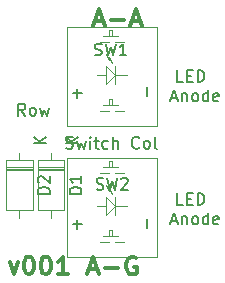
<source format=gbr>
G04 #@! TF.GenerationSoftware,KiCad,Pcbnew,(5.1.5-0-10_14)*
G04 #@! TF.CreationDate,2020-06-22T05:53:20+10:00*
G04 #@! TF.ProjectId,MasterModePushbutton,4d617374-6572-44d6-9f64-655075736862,rev?*
G04 #@! TF.SameCoordinates,Original*
G04 #@! TF.FileFunction,Legend,Top*
G04 #@! TF.FilePolarity,Positive*
%FSLAX46Y46*%
G04 Gerber Fmt 4.6, Leading zero omitted, Abs format (unit mm)*
G04 Created by KiCad (PCBNEW (5.1.5-0-10_14)) date 2020-06-22 05:53:20*
%MOMM*%
%LPD*%
G04 APERTURE LIST*
%ADD10C,0.300000*%
%ADD11C,0.150000*%
%ADD12C,0.120000*%
G04 APERTURE END LIST*
D10*
X126498480Y-105156051D02*
X126855622Y-106156051D01*
X127212765Y-105156051D01*
X128069908Y-104656051D02*
X128212765Y-104656051D01*
X128355622Y-104727480D01*
X128427051Y-104798908D01*
X128498480Y-104941765D01*
X128569908Y-105227480D01*
X128569908Y-105584622D01*
X128498480Y-105870337D01*
X128427051Y-106013194D01*
X128355622Y-106084622D01*
X128212765Y-106156051D01*
X128069908Y-106156051D01*
X127927051Y-106084622D01*
X127855622Y-106013194D01*
X127784194Y-105870337D01*
X127712765Y-105584622D01*
X127712765Y-105227480D01*
X127784194Y-104941765D01*
X127855622Y-104798908D01*
X127927051Y-104727480D01*
X128069908Y-104656051D01*
X129498480Y-104656051D02*
X129641337Y-104656051D01*
X129784194Y-104727480D01*
X129855622Y-104798908D01*
X129927051Y-104941765D01*
X129998480Y-105227480D01*
X129998480Y-105584622D01*
X129927051Y-105870337D01*
X129855622Y-106013194D01*
X129784194Y-106084622D01*
X129641337Y-106156051D01*
X129498480Y-106156051D01*
X129355622Y-106084622D01*
X129284194Y-106013194D01*
X129212765Y-105870337D01*
X129141337Y-105584622D01*
X129141337Y-105227480D01*
X129212765Y-104941765D01*
X129284194Y-104798908D01*
X129355622Y-104727480D01*
X129498480Y-104656051D01*
X131427051Y-106156051D02*
X130569908Y-106156051D01*
X130998480Y-106156051D02*
X130998480Y-104656051D01*
X130855622Y-104870337D01*
X130712765Y-105013194D01*
X130569908Y-105084622D01*
D11*
X127823813Y-92721860D02*
X127490480Y-92245670D01*
X127252384Y-92721860D02*
X127252384Y-91721860D01*
X127633337Y-91721860D01*
X127728575Y-91769480D01*
X127776194Y-91817099D01*
X127823813Y-91912337D01*
X127823813Y-92055194D01*
X127776194Y-92150432D01*
X127728575Y-92198051D01*
X127633337Y-92245670D01*
X127252384Y-92245670D01*
X128395241Y-92721860D02*
X128300003Y-92674241D01*
X128252384Y-92626622D01*
X128204765Y-92531384D01*
X128204765Y-92245670D01*
X128252384Y-92150432D01*
X128300003Y-92102813D01*
X128395241Y-92055194D01*
X128538099Y-92055194D01*
X128633337Y-92102813D01*
X128680956Y-92150432D01*
X128728575Y-92245670D01*
X128728575Y-92531384D01*
X128680956Y-92626622D01*
X128633337Y-92674241D01*
X128538099Y-92721860D01*
X128395241Y-92721860D01*
X129061908Y-92055194D02*
X129252384Y-92721860D01*
X129442860Y-92245670D01*
X129633337Y-92721860D01*
X129823813Y-92055194D01*
X131284956Y-95468241D02*
X131427813Y-95515860D01*
X131665908Y-95515860D01*
X131761146Y-95468241D01*
X131808765Y-95420622D01*
X131856384Y-95325384D01*
X131856384Y-95230146D01*
X131808765Y-95134908D01*
X131761146Y-95087289D01*
X131665908Y-95039670D01*
X131475432Y-94992051D01*
X131380194Y-94944432D01*
X131332575Y-94896813D01*
X131284956Y-94801575D01*
X131284956Y-94706337D01*
X131332575Y-94611099D01*
X131380194Y-94563480D01*
X131475432Y-94515860D01*
X131713527Y-94515860D01*
X131856384Y-94563480D01*
X132189718Y-94849194D02*
X132380194Y-95515860D01*
X132570670Y-95039670D01*
X132761146Y-95515860D01*
X132951622Y-94849194D01*
X133332575Y-95515860D02*
X133332575Y-94849194D01*
X133332575Y-94515860D02*
X133284956Y-94563480D01*
X133332575Y-94611099D01*
X133380194Y-94563480D01*
X133332575Y-94515860D01*
X133332575Y-94611099D01*
X133665908Y-94849194D02*
X134046860Y-94849194D01*
X133808765Y-94515860D02*
X133808765Y-95373003D01*
X133856384Y-95468241D01*
X133951622Y-95515860D01*
X134046860Y-95515860D01*
X134808765Y-95468241D02*
X134713527Y-95515860D01*
X134523051Y-95515860D01*
X134427813Y-95468241D01*
X134380194Y-95420622D01*
X134332575Y-95325384D01*
X134332575Y-95039670D01*
X134380194Y-94944432D01*
X134427813Y-94896813D01*
X134523051Y-94849194D01*
X134713527Y-94849194D01*
X134808765Y-94896813D01*
X135237337Y-95515860D02*
X135237337Y-94515860D01*
X135665908Y-95515860D02*
X135665908Y-94992051D01*
X135618289Y-94896813D01*
X135523051Y-94849194D01*
X135380194Y-94849194D01*
X135284956Y-94896813D01*
X135237337Y-94944432D01*
X137475432Y-95420622D02*
X137427813Y-95468241D01*
X137284956Y-95515860D01*
X137189718Y-95515860D01*
X137046860Y-95468241D01*
X136951622Y-95373003D01*
X136904003Y-95277765D01*
X136856384Y-95087289D01*
X136856384Y-94944432D01*
X136904003Y-94753956D01*
X136951622Y-94658718D01*
X137046860Y-94563480D01*
X137189718Y-94515860D01*
X137284956Y-94515860D01*
X137427813Y-94563480D01*
X137475432Y-94611099D01*
X138046860Y-95515860D02*
X137951622Y-95468241D01*
X137904003Y-95420622D01*
X137856384Y-95325384D01*
X137856384Y-95039670D01*
X137904003Y-94944432D01*
X137951622Y-94896813D01*
X138046860Y-94849194D01*
X138189718Y-94849194D01*
X138284956Y-94896813D01*
X138332575Y-94944432D01*
X138380194Y-95039670D01*
X138380194Y-95325384D01*
X138332575Y-95420622D01*
X138284956Y-95468241D01*
X138189718Y-95515860D01*
X138046860Y-95515860D01*
X138951622Y-95515860D02*
X138856384Y-95468241D01*
X138808765Y-95373003D01*
X138808765Y-94515860D01*
X141182670Y-89864860D02*
X140706480Y-89864860D01*
X140706480Y-88864860D01*
X141516003Y-89341051D02*
X141849337Y-89341051D01*
X141992194Y-89864860D02*
X141516003Y-89864860D01*
X141516003Y-88864860D01*
X141992194Y-88864860D01*
X142420765Y-89864860D02*
X142420765Y-88864860D01*
X142658860Y-88864860D01*
X142801718Y-88912480D01*
X142896956Y-89007718D01*
X142944575Y-89102956D01*
X142992194Y-89293432D01*
X142992194Y-89436289D01*
X142944575Y-89626765D01*
X142896956Y-89722003D01*
X142801718Y-89817241D01*
X142658860Y-89864860D01*
X142420765Y-89864860D01*
X140182670Y-91229146D02*
X140658860Y-91229146D01*
X140087432Y-91514860D02*
X140420765Y-90514860D01*
X140754099Y-91514860D01*
X141087432Y-90848194D02*
X141087432Y-91514860D01*
X141087432Y-90943432D02*
X141135051Y-90895813D01*
X141230289Y-90848194D01*
X141373146Y-90848194D01*
X141468384Y-90895813D01*
X141516003Y-90991051D01*
X141516003Y-91514860D01*
X142135051Y-91514860D02*
X142039813Y-91467241D01*
X141992194Y-91419622D01*
X141944575Y-91324384D01*
X141944575Y-91038670D01*
X141992194Y-90943432D01*
X142039813Y-90895813D01*
X142135051Y-90848194D01*
X142277908Y-90848194D01*
X142373146Y-90895813D01*
X142420765Y-90943432D01*
X142468384Y-91038670D01*
X142468384Y-91324384D01*
X142420765Y-91419622D01*
X142373146Y-91467241D01*
X142277908Y-91514860D01*
X142135051Y-91514860D01*
X143325527Y-91514860D02*
X143325527Y-90514860D01*
X143325527Y-91467241D02*
X143230289Y-91514860D01*
X143039813Y-91514860D01*
X142944575Y-91467241D01*
X142896956Y-91419622D01*
X142849337Y-91324384D01*
X142849337Y-91038670D01*
X142896956Y-90943432D01*
X142944575Y-90895813D01*
X143039813Y-90848194D01*
X143230289Y-90848194D01*
X143325527Y-90895813D01*
X144182670Y-91467241D02*
X144087432Y-91514860D01*
X143896956Y-91514860D01*
X143801718Y-91467241D01*
X143754099Y-91372003D01*
X143754099Y-90991051D01*
X143801718Y-90895813D01*
X143896956Y-90848194D01*
X144087432Y-90848194D01*
X144182670Y-90895813D01*
X144230289Y-90991051D01*
X144230289Y-91086289D01*
X143754099Y-91181527D01*
X141182670Y-100278860D02*
X140706480Y-100278860D01*
X140706480Y-99278860D01*
X141516003Y-99755051D02*
X141849337Y-99755051D01*
X141992194Y-100278860D02*
X141516003Y-100278860D01*
X141516003Y-99278860D01*
X141992194Y-99278860D01*
X142420765Y-100278860D02*
X142420765Y-99278860D01*
X142658860Y-99278860D01*
X142801718Y-99326480D01*
X142896956Y-99421718D01*
X142944575Y-99516956D01*
X142992194Y-99707432D01*
X142992194Y-99850289D01*
X142944575Y-100040765D01*
X142896956Y-100136003D01*
X142801718Y-100231241D01*
X142658860Y-100278860D01*
X142420765Y-100278860D01*
X140182670Y-101643146D02*
X140658860Y-101643146D01*
X140087432Y-101928860D02*
X140420765Y-100928860D01*
X140754099Y-101928860D01*
X141087432Y-101262194D02*
X141087432Y-101928860D01*
X141087432Y-101357432D02*
X141135051Y-101309813D01*
X141230289Y-101262194D01*
X141373146Y-101262194D01*
X141468384Y-101309813D01*
X141516003Y-101405051D01*
X141516003Y-101928860D01*
X142135051Y-101928860D02*
X142039813Y-101881241D01*
X141992194Y-101833622D01*
X141944575Y-101738384D01*
X141944575Y-101452670D01*
X141992194Y-101357432D01*
X142039813Y-101309813D01*
X142135051Y-101262194D01*
X142277908Y-101262194D01*
X142373146Y-101309813D01*
X142420765Y-101357432D01*
X142468384Y-101452670D01*
X142468384Y-101738384D01*
X142420765Y-101833622D01*
X142373146Y-101881241D01*
X142277908Y-101928860D01*
X142135051Y-101928860D01*
X143325527Y-101928860D02*
X143325527Y-100928860D01*
X143325527Y-101881241D02*
X143230289Y-101928860D01*
X143039813Y-101928860D01*
X142944575Y-101881241D01*
X142896956Y-101833622D01*
X142849337Y-101738384D01*
X142849337Y-101452670D01*
X142896956Y-101357432D01*
X142944575Y-101309813D01*
X143039813Y-101262194D01*
X143230289Y-101262194D01*
X143325527Y-101309813D01*
X144182670Y-101881241D02*
X144087432Y-101928860D01*
X143896956Y-101928860D01*
X143801718Y-101881241D01*
X143754099Y-101786003D01*
X143754099Y-101405051D01*
X143801718Y-101309813D01*
X143896956Y-101262194D01*
X144087432Y-101262194D01*
X144182670Y-101309813D01*
X144230289Y-101405051D01*
X144230289Y-101500289D01*
X143754099Y-101595527D01*
D10*
X133210765Y-105747480D02*
X133925051Y-105747480D01*
X133067908Y-106176051D02*
X133567908Y-104676051D01*
X134067908Y-106176051D01*
X134567908Y-105604622D02*
X135710765Y-105604622D01*
X137210765Y-104747480D02*
X137067908Y-104676051D01*
X136853622Y-104676051D01*
X136639337Y-104747480D01*
X136496480Y-104890337D01*
X136425051Y-105033194D01*
X136353622Y-105318908D01*
X136353622Y-105533194D01*
X136425051Y-105818908D01*
X136496480Y-105961765D01*
X136639337Y-106104622D01*
X136853622Y-106176051D01*
X136996480Y-106176051D01*
X137210765Y-106104622D01*
X137282194Y-106033194D01*
X137282194Y-105533194D01*
X136996480Y-105533194D01*
X133717908Y-84747480D02*
X134432194Y-84747480D01*
X133575051Y-85176051D02*
X134075051Y-83676051D01*
X134575051Y-85176051D01*
X135075051Y-84604622D02*
X136217908Y-84604622D01*
X136860765Y-84747480D02*
X137575051Y-84747480D01*
X136717908Y-85176051D02*
X137217908Y-83676051D01*
X137717908Y-85176051D01*
D12*
X131406000Y-104715000D02*
X131406000Y-103445000D01*
X139026000Y-104717000D02*
X131406000Y-104715000D01*
X139026000Y-96327000D02*
X139026000Y-104709000D01*
X131406000Y-96333000D02*
X139026000Y-96347000D01*
X131406000Y-104461000D02*
X131406000Y-96333000D01*
X135216000Y-96587000D02*
X135216000Y-97095000D01*
X134200000Y-97603000D02*
X134962000Y-97603000D01*
X134962000Y-96587000D02*
X135216000Y-96587000D01*
X134454000Y-97095000D02*
X135724000Y-97095000D01*
X135470000Y-97603000D02*
X136232000Y-97603000D01*
X134962000Y-97095000D02*
X134962000Y-96587000D01*
X135216000Y-102429000D02*
X135216000Y-102937000D01*
X134962000Y-102429000D02*
X135216000Y-102429000D01*
X134962000Y-102937000D02*
X134962000Y-102429000D01*
X134454000Y-102937000D02*
X135724000Y-102937000D01*
X135470000Y-103445000D02*
X136232000Y-103445000D01*
X134200000Y-103445000D02*
X134962000Y-103445000D01*
X134962000Y-98873000D02*
X135216000Y-99381000D01*
X134962000Y-99127000D02*
X134962000Y-98873000D01*
X134708000Y-98619000D02*
X134962000Y-99127000D01*
X135470000Y-100397000D02*
X136486000Y-100397000D01*
X135470000Y-101159000D02*
X135470000Y-100397000D01*
X135470000Y-99635000D02*
X135470000Y-101159000D01*
X134708000Y-101159000D02*
X134708000Y-100397000D01*
X135470000Y-100397000D02*
X134708000Y-101159000D01*
X134708000Y-99635000D02*
X135470000Y-100397000D01*
X134708000Y-100397000D02*
X134708000Y-99635000D01*
X133946000Y-100397000D02*
X134708000Y-100397000D01*
X131406000Y-93605500D02*
X131406000Y-92335500D01*
X139026000Y-93607500D02*
X131406000Y-93605500D01*
X139026000Y-85217500D02*
X139026000Y-93599500D01*
X131406000Y-85223500D02*
X139026000Y-85237500D01*
X131406000Y-93351500D02*
X131406000Y-85223500D01*
X135216000Y-85477500D02*
X135216000Y-85985500D01*
X134200000Y-86493500D02*
X134962000Y-86493500D01*
X134962000Y-85477500D02*
X135216000Y-85477500D01*
X134454000Y-85985500D02*
X135724000Y-85985500D01*
X135470000Y-86493500D02*
X136232000Y-86493500D01*
X134962000Y-85985500D02*
X134962000Y-85477500D01*
X135216000Y-91319500D02*
X135216000Y-91827500D01*
X134962000Y-91319500D02*
X135216000Y-91319500D01*
X134962000Y-91827500D02*
X134962000Y-91319500D01*
X134454000Y-91827500D02*
X135724000Y-91827500D01*
X135470000Y-92335500D02*
X136232000Y-92335500D01*
X134200000Y-92335500D02*
X134962000Y-92335500D01*
X134962000Y-87763500D02*
X135216000Y-88271500D01*
X134962000Y-88017500D02*
X134962000Y-87763500D01*
X134708000Y-87509500D02*
X134962000Y-88017500D01*
X135470000Y-89287500D02*
X136486000Y-89287500D01*
X135470000Y-90049500D02*
X135470000Y-89287500D01*
X135470000Y-88525500D02*
X135470000Y-90049500D01*
X134708000Y-90049500D02*
X134708000Y-89287500D01*
X135470000Y-89287500D02*
X134708000Y-90049500D01*
X134708000Y-88525500D02*
X135470000Y-89287500D01*
X134708000Y-89287500D02*
X134708000Y-88525500D01*
X133946000Y-89287500D02*
X134708000Y-89287500D01*
X128446000Y-97099500D02*
X126206000Y-97099500D01*
X128446000Y-97339500D02*
X126206000Y-97339500D01*
X128446000Y-97219500D02*
X126206000Y-97219500D01*
X127326000Y-101389500D02*
X127326000Y-100739500D01*
X127326000Y-95849500D02*
X127326000Y-96499500D01*
X128446000Y-100739500D02*
X128446000Y-96499500D01*
X126206000Y-100739500D02*
X128446000Y-100739500D01*
X126206000Y-96499500D02*
X126206000Y-100739500D01*
X128446000Y-96499500D02*
X126206000Y-96499500D01*
X131134000Y-97099500D02*
X128894000Y-97099500D01*
X131134000Y-97339500D02*
X128894000Y-97339500D01*
X131134000Y-97219500D02*
X128894000Y-97219500D01*
X130014000Y-101389500D02*
X130014000Y-100739500D01*
X130014000Y-95849500D02*
X130014000Y-96499500D01*
X131134000Y-100739500D02*
X131134000Y-96499500D01*
X128894000Y-100739500D02*
X131134000Y-100739500D01*
X128894000Y-96499500D02*
X128894000Y-100739500D01*
X131134000Y-96499500D02*
X128894000Y-96499500D01*
D11*
X133862666Y-98951761D02*
X134005523Y-98999380D01*
X134243619Y-98999380D01*
X134338857Y-98951761D01*
X134386476Y-98904142D01*
X134434095Y-98808904D01*
X134434095Y-98713666D01*
X134386476Y-98618428D01*
X134338857Y-98570809D01*
X134243619Y-98523190D01*
X134053142Y-98475571D01*
X133957904Y-98427952D01*
X133910285Y-98380333D01*
X133862666Y-98285095D01*
X133862666Y-98189857D01*
X133910285Y-98094619D01*
X133957904Y-98047000D01*
X134053142Y-97999380D01*
X134291238Y-97999380D01*
X134434095Y-98047000D01*
X134767428Y-97999380D02*
X135005523Y-98999380D01*
X135196000Y-98285095D01*
X135386476Y-98999380D01*
X135624571Y-97999380D01*
X135957904Y-98094619D02*
X136005523Y-98047000D01*
X136100761Y-97999380D01*
X136338857Y-97999380D01*
X136434095Y-98047000D01*
X136481714Y-98094619D01*
X136529333Y-98189857D01*
X136529333Y-98285095D01*
X136481714Y-98427952D01*
X135910285Y-98999380D01*
X136529333Y-98999380D01*
X138097428Y-102197952D02*
X138097428Y-101436047D01*
X132239428Y-102301952D02*
X132239428Y-101540047D01*
X132620380Y-101921000D02*
X131858476Y-101921000D01*
X133722666Y-87572261D02*
X133865523Y-87619880D01*
X134103619Y-87619880D01*
X134198857Y-87572261D01*
X134246476Y-87524642D01*
X134294095Y-87429404D01*
X134294095Y-87334166D01*
X134246476Y-87238928D01*
X134198857Y-87191309D01*
X134103619Y-87143690D01*
X133913142Y-87096071D01*
X133817904Y-87048452D01*
X133770285Y-87000833D01*
X133722666Y-86905595D01*
X133722666Y-86810357D01*
X133770285Y-86715119D01*
X133817904Y-86667500D01*
X133913142Y-86619880D01*
X134151238Y-86619880D01*
X134294095Y-86667500D01*
X134627428Y-86619880D02*
X134865523Y-87619880D01*
X135056000Y-86905595D01*
X135246476Y-87619880D01*
X135484571Y-86619880D01*
X136389333Y-87619880D02*
X135817904Y-87619880D01*
X136103619Y-87619880D02*
X136103619Y-86619880D01*
X136008380Y-86762738D01*
X135913142Y-86857976D01*
X135817904Y-86905595D01*
X138097428Y-91088452D02*
X138097428Y-90326547D01*
X132239428Y-91192452D02*
X132239428Y-90430547D01*
X132620380Y-90811500D02*
X131858476Y-90811500D01*
X129898380Y-99357595D02*
X128898380Y-99357595D01*
X128898380Y-99119500D01*
X128946000Y-98976642D01*
X129041238Y-98881404D01*
X129136476Y-98833785D01*
X129326952Y-98786166D01*
X129469809Y-98786166D01*
X129660285Y-98833785D01*
X129755523Y-98881404D01*
X129850761Y-98976642D01*
X129898380Y-99119500D01*
X129898380Y-99357595D01*
X128993619Y-98405214D02*
X128946000Y-98357595D01*
X128898380Y-98262357D01*
X128898380Y-98024261D01*
X128946000Y-97929023D01*
X128993619Y-97881404D01*
X129088857Y-97833785D01*
X129184095Y-97833785D01*
X129326952Y-97881404D01*
X129898380Y-98452833D01*
X129898380Y-97833785D01*
X129578380Y-95071404D02*
X128578380Y-95071404D01*
X129578380Y-94499976D02*
X129006952Y-94928547D01*
X128578380Y-94499976D02*
X129149809Y-95071404D01*
X132586380Y-99357595D02*
X131586380Y-99357595D01*
X131586380Y-99119500D01*
X131634000Y-98976642D01*
X131729238Y-98881404D01*
X131824476Y-98833785D01*
X132014952Y-98786166D01*
X132157809Y-98786166D01*
X132348285Y-98833785D01*
X132443523Y-98881404D01*
X132538761Y-98976642D01*
X132586380Y-99119500D01*
X132586380Y-99357595D01*
X132586380Y-97833785D02*
X132586380Y-98405214D01*
X132586380Y-98119500D02*
X131586380Y-98119500D01*
X131729238Y-98214738D01*
X131824476Y-98309976D01*
X131872095Y-98405214D01*
X132266380Y-95071404D02*
X131266380Y-95071404D01*
X132266380Y-94499976D02*
X131694952Y-94928547D01*
X131266380Y-94499976D02*
X131837809Y-95071404D01*
M02*

</source>
